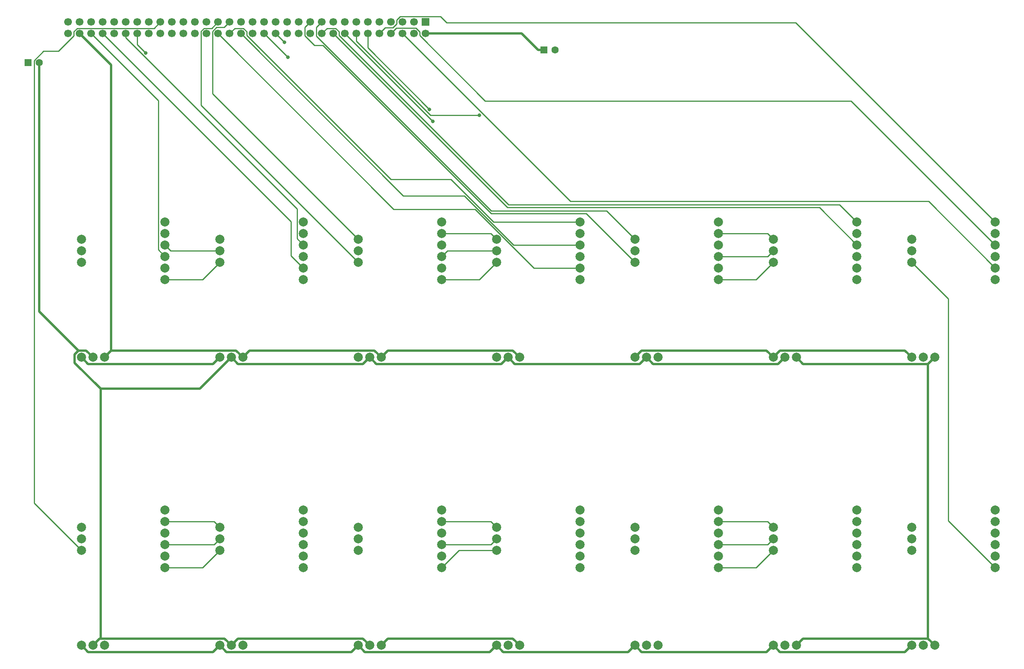
<source format=gbr>
G04 #@! TF.GenerationSoftware,KiCad,Pcbnew,(5.0.0)*
G04 #@! TF.CreationDate,2019-11-08T18:39:11+00:00*
G04 #@! TF.ProjectId,A-FO,412D464F2E6B696361645F7063620000,rev?*
G04 #@! TF.SameCoordinates,Original*
G04 #@! TF.FileFunction,Copper,L1,Top,Signal*
G04 #@! TF.FilePolarity,Positive*
%FSLAX46Y46*%
G04 Gerber Fmt 4.6, Leading zero omitted, Abs format (unit mm)*
G04 Created by KiCad (PCBNEW (5.0.0)) date 11/08/19 18:39:11*
%MOMM*%
%LPD*%
G01*
G04 APERTURE LIST*
G04 #@! TA.AperFunction,ComponentPad*
%ADD10C,2.000000*%
G04 #@! TD*
G04 #@! TA.AperFunction,ComponentPad*
%ADD11C,1.600000*%
G04 #@! TD*
G04 #@! TA.AperFunction,ComponentPad*
%ADD12R,1.600000X1.600000*%
G04 #@! TD*
G04 #@! TA.AperFunction,ComponentPad*
%ADD13C,1.700000*%
G04 #@! TD*
G04 #@! TA.AperFunction,ComponentPad*
%ADD14R,1.700000X1.700000*%
G04 #@! TD*
G04 #@! TA.AperFunction,ViaPad*
%ADD15C,0.800000*%
G04 #@! TD*
G04 #@! TA.AperFunction,Conductor*
%ADD16C,0.500000*%
G04 #@! TD*
G04 #@! TA.AperFunction,Conductor*
%ADD17C,0.250000*%
G04 #@! TD*
G04 APERTURE END LIST*
D10*
G04 #@! TO.P,U4,13*
G04 #@! TO.N,Net-(U4-Pad13)*
X133985000Y-142240000D03*
G04 #@! TO.P,U4,12*
G04 #@! TO.N,Net-(U4-Pad12)*
X133985000Y-144780000D03*
G04 #@! TO.P,U4,11*
G04 #@! TO.N,Net-(U4-Pad11)*
X133985000Y-147320000D03*
G04 #@! TO.P,U4,6*
G04 #@! TO.N,IG12*
X152400000Y-138430000D03*
G04 #@! TO.P,U4,5*
G04 #@! TO.N,N/C*
X152400000Y-140970000D03*
G04 #@! TO.P,U4,4*
G04 #@! TO.N,IG11*
X152400000Y-143510000D03*
G04 #@! TO.P,U4,3*
G04 #@! TO.N,N/C*
X152400000Y-146050000D03*
G04 #@! TO.P,U4,2*
G04 #@! TO.N,IG10*
X152400000Y-148590000D03*
G04 #@! TO.P,U4,1*
G04 #@! TO.N,N/C*
X152400000Y-151130000D03*
G04 #@! TO.P,U4,23*
G04 #@! TO.N,Neg6v*
X139065000Y-168275000D03*
G04 #@! TO.P,U4,22*
G04 #@! TO.N,GND*
X136525000Y-168275000D03*
G04 #@! TO.P,U4,21*
G04 #@! TO.N,6v*
X133985000Y-168275000D03*
G04 #@! TD*
G04 #@! TO.P,U8,13*
G04 #@! TO.N,Net-(U1-Pad5)*
X225425000Y-78740000D03*
G04 #@! TO.P,U8,12*
G04 #@! TO.N,Net-(U1-Pad3)*
X225425000Y-81280000D03*
G04 #@! TO.P,U8,11*
G04 #@! TO.N,Net-(U1-Pad1)*
X225425000Y-83820000D03*
G04 #@! TO.P,U8,6*
G04 #@! TO.N,IG3*
X243840000Y-74930000D03*
G04 #@! TO.P,U8,5*
G04 #@! TO.N,N/C*
X243840000Y-77470000D03*
G04 #@! TO.P,U8,4*
G04 #@! TO.N,IG2*
X243840000Y-80010000D03*
G04 #@! TO.P,U8,3*
G04 #@! TO.N,N/C*
X243840000Y-82550000D03*
G04 #@! TO.P,U8,2*
G04 #@! TO.N,IG1*
X243840000Y-85090000D03*
G04 #@! TO.P,U8,1*
G04 #@! TO.N,N/C*
X243840000Y-87630000D03*
G04 #@! TO.P,U8,23*
G04 #@! TO.N,Neg6v*
X230505000Y-104775000D03*
G04 #@! TO.P,U8,22*
G04 #@! TO.N,GND*
X227965000Y-104775000D03*
G04 #@! TO.P,U8,21*
G04 #@! TO.N,6v*
X225425000Y-104775000D03*
G04 #@! TD*
G04 #@! TO.P,U1,13*
G04 #@! TO.N,IP3*
X225425000Y-142240000D03*
G04 #@! TO.P,U1,12*
G04 #@! TO.N,IP2*
X225425000Y-144780000D03*
G04 #@! TO.P,U1,11*
G04 #@! TO.N,IP1*
X225425000Y-147320000D03*
G04 #@! TO.P,U1,6*
G04 #@! TO.N,N/C*
X243840000Y-138430000D03*
G04 #@! TO.P,U1,5*
G04 #@! TO.N,Net-(U1-Pad5)*
X243840000Y-140970000D03*
G04 #@! TO.P,U1,4*
G04 #@! TO.N,N/C*
X243840000Y-143510000D03*
G04 #@! TO.P,U1,3*
G04 #@! TO.N,Net-(U1-Pad3)*
X243840000Y-146050000D03*
G04 #@! TO.P,U1,2*
G04 #@! TO.N,N/C*
X243840000Y-148590000D03*
G04 #@! TO.P,U1,1*
G04 #@! TO.N,Net-(U1-Pad1)*
X243840000Y-151130000D03*
G04 #@! TO.P,U1,23*
G04 #@! TO.N,Neg6v*
X230505000Y-168275000D03*
G04 #@! TO.P,U1,22*
G04 #@! TO.N,GND*
X227965000Y-168275000D03*
G04 #@! TO.P,U1,21*
G04 #@! TO.N,6v*
X225425000Y-168275000D03*
G04 #@! TD*
G04 #@! TO.P,U12,13*
G04 #@! TO.N,IP14*
X103505000Y-78740000D03*
G04 #@! TO.P,U12,12*
G04 #@! TO.N,IP13*
X103505000Y-81280000D03*
G04 #@! TO.P,U12,11*
G04 #@! TO.N,IP15*
X103505000Y-83820000D03*
G04 #@! TO.P,U12,6*
G04 #@! TO.N,N/C*
X121920000Y-74930000D03*
G04 #@! TO.P,U12,5*
G04 #@! TO.N,Net-(U11-Pad13)*
X121920000Y-77470000D03*
G04 #@! TO.P,U12,4*
G04 #@! TO.N,N/C*
X121920000Y-80010000D03*
G04 #@! TO.P,U12,3*
G04 #@! TO.N,Net-(U11-Pad12)*
X121920000Y-82550000D03*
G04 #@! TO.P,U12,2*
G04 #@! TO.N,N/C*
X121920000Y-85090000D03*
G04 #@! TO.P,U12,1*
G04 #@! TO.N,Net-(U11-Pad11)*
X121920000Y-87630000D03*
G04 #@! TO.P,U12,23*
G04 #@! TO.N,Neg6v*
X108585000Y-104775000D03*
G04 #@! TO.P,U12,22*
G04 #@! TO.N,GND*
X106045000Y-104775000D03*
G04 #@! TO.P,U12,21*
G04 #@! TO.N,6v*
X103505000Y-104775000D03*
G04 #@! TD*
G04 #@! TO.P,U11,13*
G04 #@! TO.N,Net-(U11-Pad13)*
X133985000Y-78740000D03*
G04 #@! TO.P,U11,12*
G04 #@! TO.N,Net-(U11-Pad12)*
X133985000Y-81280000D03*
G04 #@! TO.P,U11,11*
G04 #@! TO.N,Net-(U11-Pad11)*
X133985000Y-83820000D03*
G04 #@! TO.P,U11,6*
G04 #@! TO.N,IG14*
X152400000Y-74930000D03*
G04 #@! TO.P,U11,5*
G04 #@! TO.N,N/C*
X152400000Y-77470000D03*
G04 #@! TO.P,U11,4*
G04 #@! TO.N,IG13*
X152400000Y-80010000D03*
G04 #@! TO.P,U11,3*
G04 #@! TO.N,N/C*
X152400000Y-82550000D03*
G04 #@! TO.P,U11,2*
G04 #@! TO.N,IG15*
X152400000Y-85090000D03*
G04 #@! TO.P,U11,1*
G04 #@! TO.N,N/C*
X152400000Y-87630000D03*
G04 #@! TO.P,U11,23*
G04 #@! TO.N,Neg6v*
X139065000Y-104775000D03*
G04 #@! TO.P,U11,22*
G04 #@! TO.N,GND*
X136525000Y-104775000D03*
G04 #@! TO.P,U11,21*
G04 #@! TO.N,6v*
X133985000Y-104775000D03*
G04 #@! TD*
G04 #@! TO.P,U14,13*
G04 #@! TO.N,N/C*
X42545000Y-78740000D03*
G04 #@! TO.P,U14,12*
G04 #@! TO.N,RBT*
X42545000Y-81280000D03*
G04 #@! TO.P,U14,11*
G04 #@! TO.N,SBT*
X42545000Y-83820000D03*
G04 #@! TO.P,U14,6*
G04 #@! TO.N,N/C*
X60960000Y-74930000D03*
G04 #@! TO.P,U14,5*
X60960000Y-77470000D03*
G04 #@! TO.P,U14,4*
G04 #@! TO.N,Net-(U13-Pad12)*
X60960000Y-80010000D03*
G04 #@! TO.P,U14,3*
G04 #@! TO.N,t4-2*
X60960000Y-82550000D03*
G04 #@! TO.P,U14,2*
X60960000Y-85090000D03*
G04 #@! TO.P,U14,1*
G04 #@! TO.N,Net-(U13-Pad11)*
X60960000Y-87630000D03*
G04 #@! TO.P,U14,23*
G04 #@! TO.N,Neg6v*
X47625000Y-104775000D03*
G04 #@! TO.P,U14,22*
G04 #@! TO.N,GND*
X45085000Y-104775000D03*
G04 #@! TO.P,U14,21*
G04 #@! TO.N,6v*
X42545000Y-104775000D03*
G04 #@! TD*
G04 #@! TO.P,U13,13*
G04 #@! TO.N,N/C*
X73025000Y-78740000D03*
G04 #@! TO.P,U13,12*
G04 #@! TO.N,Net-(U13-Pad12)*
X73025000Y-81280000D03*
G04 #@! TO.P,U13,11*
G04 #@! TO.N,Net-(U13-Pad11)*
X73025000Y-83820000D03*
G04 #@! TO.P,U13,6*
G04 #@! TO.N,N/C*
X91440000Y-74930000D03*
G04 #@! TO.P,U13,5*
X91440000Y-77470000D03*
G04 #@! TO.P,U13,4*
G04 #@! TO.N,RBTm*
X91440000Y-80010000D03*
G04 #@! TO.P,U13,3*
G04 #@! TO.N,N/C*
X91440000Y-82550000D03*
G04 #@! TO.P,U13,2*
G04 #@! TO.N,SBTm*
X91440000Y-85090000D03*
G04 #@! TO.P,U13,1*
G04 #@! TO.N,N/C*
X91440000Y-87630000D03*
G04 #@! TO.P,U13,23*
G04 #@! TO.N,Neg6v*
X78105000Y-104775000D03*
G04 #@! TO.P,U13,22*
G04 #@! TO.N,GND*
X75565000Y-104775000D03*
G04 #@! TO.P,U13,21*
G04 #@! TO.N,6v*
X73025000Y-104775000D03*
G04 #@! TD*
G04 #@! TO.P,U2,13*
G04 #@! TO.N,Net-(U2-Pad13)*
X194945000Y-142240000D03*
G04 #@! TO.P,U2,12*
G04 #@! TO.N,Net-(U2-Pad12)*
X194945000Y-144780000D03*
G04 #@! TO.P,U2,11*
G04 #@! TO.N,Net-(U2-Pad11)*
X194945000Y-147320000D03*
G04 #@! TO.P,U2,6*
G04 #@! TO.N,IG5*
X213360000Y-138430000D03*
G04 #@! TO.P,U2,5*
G04 #@! TO.N,N/C*
X213360000Y-140970000D03*
G04 #@! TO.P,U2,4*
G04 #@! TO.N,IG6*
X213360000Y-143510000D03*
G04 #@! TO.P,U2,3*
G04 #@! TO.N,N/C*
X213360000Y-146050000D03*
G04 #@! TO.P,U2,2*
G04 #@! TO.N,IG4*
X213360000Y-148590000D03*
G04 #@! TO.P,U2,1*
G04 #@! TO.N,N/C*
X213360000Y-151130000D03*
G04 #@! TO.P,U2,23*
G04 #@! TO.N,Neg6v*
X200025000Y-168275000D03*
G04 #@! TO.P,U2,22*
G04 #@! TO.N,GND*
X197485000Y-168275000D03*
G04 #@! TO.P,U2,21*
G04 #@! TO.N,6v*
X194945000Y-168275000D03*
G04 #@! TD*
G04 #@! TO.P,U3,13*
G04 #@! TO.N,IP5*
X164465000Y-142240000D03*
G04 #@! TO.P,U3,12*
G04 #@! TO.N,IP6*
X164465000Y-144780000D03*
G04 #@! TO.P,U3,11*
G04 #@! TO.N,IP4*
X164465000Y-147320000D03*
G04 #@! TO.P,U3,6*
G04 #@! TO.N,N/C*
X182880000Y-138430000D03*
G04 #@! TO.P,U3,5*
G04 #@! TO.N,Net-(U2-Pad13)*
X182880000Y-140970000D03*
G04 #@! TO.P,U3,4*
G04 #@! TO.N,N/C*
X182880000Y-143510000D03*
G04 #@! TO.P,U3,3*
G04 #@! TO.N,Net-(U2-Pad12)*
X182880000Y-146050000D03*
G04 #@! TO.P,U3,2*
G04 #@! TO.N,N/C*
X182880000Y-148590000D03*
G04 #@! TO.P,U3,1*
G04 #@! TO.N,Net-(U2-Pad11)*
X182880000Y-151130000D03*
G04 #@! TO.P,U3,23*
G04 #@! TO.N,Neg6v*
X169545000Y-168275000D03*
G04 #@! TO.P,U3,22*
G04 #@! TO.N,GND*
X167005000Y-168275000D03*
G04 #@! TO.P,U3,21*
G04 #@! TO.N,6v*
X164465000Y-168275000D03*
G04 #@! TD*
G04 #@! TO.P,U9,13*
G04 #@! TO.N,Net-(U10-Pad5)*
X194945000Y-78740000D03*
G04 #@! TO.P,U9,12*
G04 #@! TO.N,Net-(U10-Pad3)*
X194945000Y-81280000D03*
G04 #@! TO.P,U9,11*
G04 #@! TO.N,Net-(U10-Pad1)*
X194945000Y-83820000D03*
G04 #@! TO.P,U9,6*
G04 #@! TO.N,IG8*
X213360000Y-74930000D03*
G04 #@! TO.P,U9,5*
G04 #@! TO.N,N/C*
X213360000Y-77470000D03*
G04 #@! TO.P,U9,4*
G04 #@! TO.N,IG7*
X213360000Y-80010000D03*
G04 #@! TO.P,U9,3*
G04 #@! TO.N,N/C*
X213360000Y-82550000D03*
G04 #@! TO.P,U9,2*
G04 #@! TO.N,IG9*
X213360000Y-85090000D03*
G04 #@! TO.P,U9,1*
G04 #@! TO.N,N/C*
X213360000Y-87630000D03*
G04 #@! TO.P,U9,23*
G04 #@! TO.N,Neg6v*
X200025000Y-104775000D03*
G04 #@! TO.P,U9,22*
G04 #@! TO.N,GND*
X197485000Y-104775000D03*
G04 #@! TO.P,U9,21*
G04 #@! TO.N,6v*
X194945000Y-104775000D03*
G04 #@! TD*
G04 #@! TO.P,U10,13*
G04 #@! TO.N,IP8*
X164465000Y-78740000D03*
G04 #@! TO.P,U10,12*
G04 #@! TO.N,IP7*
X164465000Y-81280000D03*
G04 #@! TO.P,U10,11*
G04 #@! TO.N,IP9*
X164465000Y-83820000D03*
G04 #@! TO.P,U10,6*
G04 #@! TO.N,N/C*
X182880000Y-74930000D03*
G04 #@! TO.P,U10,5*
G04 #@! TO.N,Net-(U10-Pad5)*
X182880000Y-77470000D03*
G04 #@! TO.P,U10,4*
G04 #@! TO.N,N/C*
X182880000Y-80010000D03*
G04 #@! TO.P,U10,3*
G04 #@! TO.N,Net-(U10-Pad3)*
X182880000Y-82550000D03*
G04 #@! TO.P,U10,2*
G04 #@! TO.N,N/C*
X182880000Y-85090000D03*
G04 #@! TO.P,U10,1*
G04 #@! TO.N,Net-(U10-Pad1)*
X182880000Y-87630000D03*
G04 #@! TO.P,U10,23*
G04 #@! TO.N,Neg6v*
X169545000Y-104775000D03*
G04 #@! TO.P,U10,22*
G04 #@! TO.N,GND*
X167005000Y-104775000D03*
G04 #@! TO.P,U10,21*
G04 #@! TO.N,6v*
X164465000Y-104775000D03*
G04 #@! TD*
G04 #@! TO.P,U5,13*
G04 #@! TO.N,IP12*
X103505000Y-142240000D03*
G04 #@! TO.P,U5,12*
G04 #@! TO.N,IP11*
X103505000Y-144780000D03*
G04 #@! TO.P,U5,11*
G04 #@! TO.N,IP10*
X103505000Y-147320000D03*
G04 #@! TO.P,U5,6*
G04 #@! TO.N,N/C*
X121920000Y-138430000D03*
G04 #@! TO.P,U5,5*
G04 #@! TO.N,Net-(U4-Pad13)*
X121920000Y-140970000D03*
G04 #@! TO.P,U5,4*
G04 #@! TO.N,N/C*
X121920000Y-143510000D03*
G04 #@! TO.P,U5,3*
G04 #@! TO.N,Net-(U4-Pad12)*
X121920000Y-146050000D03*
G04 #@! TO.P,U5,2*
G04 #@! TO.N,N/C*
X121920000Y-148590000D03*
G04 #@! TO.P,U5,1*
G04 #@! TO.N,Net-(U4-Pad11)*
X121920000Y-151130000D03*
G04 #@! TO.P,U5,23*
G04 #@! TO.N,Neg6v*
X108585000Y-168275000D03*
G04 #@! TO.P,U5,22*
G04 #@! TO.N,GND*
X106045000Y-168275000D03*
G04 #@! TO.P,U5,21*
G04 #@! TO.N,6v*
X103505000Y-168275000D03*
G04 #@! TD*
G04 #@! TO.P,U6,13*
G04 #@! TO.N,Net-(U6-Pad13)*
X73025000Y-142240000D03*
G04 #@! TO.P,U6,12*
G04 #@! TO.N,Net-(U6-Pad12)*
X73025000Y-144780000D03*
G04 #@! TO.P,U6,11*
G04 #@! TO.N,Net-(U6-Pad11)*
X73025000Y-147320000D03*
G04 #@! TO.P,U6,6*
G04 #@! TO.N,IG18*
X91440000Y-138430000D03*
G04 #@! TO.P,U6,5*
G04 #@! TO.N,N/C*
X91440000Y-140970000D03*
G04 #@! TO.P,U6,4*
G04 #@! TO.N,IG17*
X91440000Y-143510000D03*
G04 #@! TO.P,U6,3*
G04 #@! TO.N,N/C*
X91440000Y-146050000D03*
G04 #@! TO.P,U6,2*
G04 #@! TO.N,IG16*
X91440000Y-148590000D03*
G04 #@! TO.P,U6,1*
G04 #@! TO.N,N/C*
X91440000Y-151130000D03*
G04 #@! TO.P,U6,23*
G04 #@! TO.N,Neg6v*
X78105000Y-168275000D03*
G04 #@! TO.P,U6,22*
G04 #@! TO.N,GND*
X75565000Y-168275000D03*
G04 #@! TO.P,U6,21*
G04 #@! TO.N,6v*
X73025000Y-168275000D03*
G04 #@! TD*
G04 #@! TO.P,U7,13*
G04 #@! TO.N,IP18*
X42545000Y-142240000D03*
G04 #@! TO.P,U7,12*
G04 #@! TO.N,IP17*
X42545000Y-144780000D03*
G04 #@! TO.P,U7,11*
G04 #@! TO.N,IP16*
X42545000Y-147320000D03*
G04 #@! TO.P,U7,6*
G04 #@! TO.N,N/C*
X60960000Y-138430000D03*
G04 #@! TO.P,U7,5*
G04 #@! TO.N,Net-(U6-Pad13)*
X60960000Y-140970000D03*
G04 #@! TO.P,U7,4*
G04 #@! TO.N,N/C*
X60960000Y-143510000D03*
G04 #@! TO.P,U7,3*
G04 #@! TO.N,Net-(U6-Pad12)*
X60960000Y-146050000D03*
G04 #@! TO.P,U7,2*
G04 #@! TO.N,N/C*
X60960000Y-148590000D03*
G04 #@! TO.P,U7,1*
G04 #@! TO.N,Net-(U6-Pad11)*
X60960000Y-151130000D03*
G04 #@! TO.P,U7,23*
G04 #@! TO.N,Neg6v*
X47625000Y-168275000D03*
G04 #@! TO.P,U7,22*
G04 #@! TO.N,GND*
X45085000Y-168275000D03*
G04 #@! TO.P,U7,21*
G04 #@! TO.N,6v*
X42545000Y-168275000D03*
G04 #@! TD*
D11*
G04 #@! TO.P,C1,2*
G04 #@! TO.N,Neg6v*
X146900000Y-37000000D03*
D12*
G04 #@! TO.P,C1,1*
G04 #@! TO.N,GND*
X144400000Y-37000000D03*
G04 #@! TD*
D11*
G04 #@! TO.P,C2,2*
G04 #@! TO.N,GND*
X33300000Y-39800000D03*
D12*
G04 #@! TO.P,C2,1*
G04 #@! TO.N,6v*
X30800000Y-39800000D03*
G04 #@! TD*
D13*
G04 #@! TO.P,J1,AL*
G04 #@! TO.N,GND*
X39605000Y-33401000D03*
G04 #@! TO.P,J1,32*
X39605000Y-30861000D03*
G04 #@! TO.P,J1,AK*
G04 #@! TO.N,Neg6v*
X42145000Y-33401000D03*
G04 #@! TO.P,J1,31*
X42145000Y-30861000D03*
G04 #@! TO.P,J1,AJ*
G04 #@! TO.N,t4-2*
X44685000Y-33401000D03*
G04 #@! TO.P,J1,30*
G04 #@! TO.N,N/C*
X44685000Y-30861000D03*
G04 #@! TO.P,J1,AH*
G04 #@! TO.N,SBTm*
X47225000Y-33401000D03*
G04 #@! TO.P,J1,29*
G04 #@! TO.N,SBT*
X47225000Y-30861000D03*
G04 #@! TO.P,J1,AF*
G04 #@! TO.N,N/C*
X49765000Y-33401000D03*
G04 #@! TO.P,J1,28*
X49765000Y-30861000D03*
G04 #@! TO.P,J1,AE*
G04 #@! TO.N,RBTm*
X52305000Y-33401000D03*
G04 #@! TO.P,J1,27*
G04 #@! TO.N,RBT*
X52305000Y-30861000D03*
G04 #@! TO.P,J1,AD*
G04 #@! TO.N,IG18*
X54845000Y-33401000D03*
G04 #@! TO.P,J1,26*
G04 #@! TO.N,IP18*
X54845000Y-30861000D03*
G04 #@! TO.P,J1,AC*
G04 #@! TO.N,IG17*
X57385000Y-33401000D03*
G04 #@! TO.P,J1,25*
G04 #@! TO.N,IP17*
X57385000Y-30861000D03*
G04 #@! TO.P,J1,AB*
G04 #@! TO.N,IG16*
X59925000Y-33401000D03*
G04 #@! TO.P,J1,24*
G04 #@! TO.N,IP16*
X59925000Y-30861000D03*
G04 #@! TO.P,J1,AA*
G04 #@! TO.N,N/C*
X62465000Y-33401000D03*
G04 #@! TO.P,J1,23*
X62465000Y-30861000D03*
G04 #@! TO.P,J1,Z*
X65005000Y-33401000D03*
G04 #@! TO.P,J1,22*
X65005000Y-30861000D03*
G04 #@! TO.P,J1,Y*
X67545000Y-33401000D03*
G04 #@! TO.P,J1,21*
X67545000Y-30861000D03*
G04 #@! TO.P,J1,X*
X70085000Y-33401000D03*
G04 #@! TO.P,J1,20*
X70085000Y-30861000D03*
G04 #@! TO.P,J1,W*
G04 #@! TO.N,IG15*
X72625000Y-33401000D03*
G04 #@! TO.P,J1,19*
G04 #@! TO.N,IP15*
X72625000Y-30861000D03*
G04 #@! TO.P,J1,V*
G04 #@! TO.N,IG14*
X75165000Y-33401000D03*
G04 #@! TO.P,J1,18*
G04 #@! TO.N,IP14*
X75165000Y-30861000D03*
G04 #@! TO.P,J1,U*
G04 #@! TO.N,IG13*
X77705000Y-33401000D03*
G04 #@! TO.P,J1,17*
G04 #@! TO.N,IP13*
X77705000Y-30861000D03*
G04 #@! TO.P,J1,T*
G04 #@! TO.N,IG12*
X80245000Y-33401000D03*
G04 #@! TO.P,J1,16*
G04 #@! TO.N,IP12*
X80245000Y-30861000D03*
G04 #@! TO.P,J1,S*
G04 #@! TO.N,IG11*
X82785000Y-33401000D03*
G04 #@! TO.P,J1,15*
G04 #@! TO.N,IP11*
X82785000Y-30861000D03*
G04 #@! TO.P,J1,R*
G04 #@! TO.N,IG10*
X85325000Y-33401000D03*
G04 #@! TO.P,J1,14*
G04 #@! TO.N,IP10*
X85325000Y-30861000D03*
G04 #@! TO.P,J1,P*
G04 #@! TO.N,N/C*
X87865000Y-33401000D03*
G04 #@! TO.P,J1,13*
X87865000Y-30861000D03*
G04 #@! TO.P,J1,N*
X90405000Y-33401000D03*
G04 #@! TO.P,J1,12*
X90405000Y-30861000D03*
G04 #@! TO.P,J1,M*
G04 #@! TO.N,IG9*
X92945000Y-33401000D03*
G04 #@! TO.P,J1,11*
G04 #@! TO.N,IP9*
X92945000Y-30861000D03*
G04 #@! TO.P,J1,L*
G04 #@! TO.N,IG8*
X95485000Y-33401000D03*
G04 #@! TO.P,J1,10*
G04 #@! TO.N,IP8*
X95485000Y-30861000D03*
G04 #@! TO.P,J1,K*
G04 #@! TO.N,IG7*
X98025000Y-33401000D03*
G04 #@! TO.P,J1,9*
G04 #@! TO.N,IP7*
X98025000Y-30861000D03*
G04 #@! TO.P,J1,J*
G04 #@! TO.N,IG6*
X100565000Y-33401000D03*
G04 #@! TO.P,J1,8*
G04 #@! TO.N,IP6*
X100565000Y-30861000D03*
G04 #@! TO.P,J1,H*
G04 #@! TO.N,IG5*
X103105000Y-33401000D03*
G04 #@! TO.P,J1,7*
G04 #@! TO.N,IP5*
X103105000Y-30861000D03*
G04 #@! TO.P,J1,F*
G04 #@! TO.N,IG4*
X105645000Y-33401000D03*
G04 #@! TO.P,J1,6*
G04 #@! TO.N,IP4*
X105645000Y-30861000D03*
G04 #@! TO.P,J1,E*
G04 #@! TO.N,IG3*
X108185000Y-33401000D03*
G04 #@! TO.P,J1,5*
G04 #@! TO.N,IP3*
X108185000Y-30861000D03*
G04 #@! TO.P,J1,D*
G04 #@! TO.N,IG2*
X110725000Y-33401000D03*
G04 #@! TO.P,J1,4*
G04 #@! TO.N,IP2*
X110725000Y-30861000D03*
G04 #@! TO.P,J1,C*
G04 #@! TO.N,IG1*
X113265000Y-33401000D03*
G04 #@! TO.P,J1,3*
G04 #@! TO.N,IP1*
X113265000Y-30861000D03*
G04 #@! TO.P,J1,B*
G04 #@! TO.N,6v*
X115805000Y-33401000D03*
G04 #@! TO.P,J1,2*
X115805000Y-30861000D03*
G04 #@! TO.P,J1,A*
G04 #@! TO.N,GND*
X118345000Y-33401000D03*
D14*
G04 #@! TO.P,J1,1*
X118345000Y-30861000D03*
G04 #@! TD*
D15*
G04 #@! TO.N,IG18*
X56730500Y-37699700D03*
G04 #@! TO.N,IG11*
X88015000Y-38631000D03*
G04 #@! TO.N,IG10*
X87273200Y-35349200D03*
G04 #@! TO.N,IG6*
X119927400Y-52763400D03*
G04 #@! TO.N,IG5*
X130211300Y-51380800D03*
G04 #@! TO.N,IG4*
X119197200Y-50093800D03*
G04 #@! TD*
D16*
G04 #@! TO.N,6v*
X103505000Y-168275000D02*
X102054600Y-169725400D01*
X102054600Y-169725400D02*
X74475400Y-169725400D01*
X74475400Y-169725400D02*
X73025000Y-168275000D01*
X42545000Y-168275000D02*
X43995400Y-169725400D01*
X43995400Y-169725400D02*
X71574600Y-169725400D01*
X71574600Y-169725400D02*
X73025000Y-168275000D01*
X133985000Y-168275000D02*
X132534600Y-169725400D01*
X132534600Y-169725400D02*
X104955400Y-169725400D01*
X104955400Y-169725400D02*
X103505000Y-168275000D01*
X164465000Y-104775000D02*
X165915400Y-103324600D01*
X165915400Y-103324600D02*
X193494600Y-103324600D01*
X193494600Y-103324600D02*
X194945000Y-104775000D01*
X194945000Y-168275000D02*
X193494000Y-169726000D01*
X193494000Y-169726000D02*
X165916000Y-169726000D01*
X165916000Y-169726000D02*
X164465000Y-168275000D01*
X164465000Y-168275000D02*
X163014600Y-169725400D01*
X163014600Y-169725400D02*
X135435400Y-169725400D01*
X135435400Y-169725400D02*
X133985000Y-168275000D01*
X194945000Y-168275000D02*
X196397900Y-169727900D01*
X196397900Y-169727900D02*
X223972100Y-169727900D01*
X223972100Y-169727900D02*
X225425000Y-168275000D01*
X225425000Y-104775000D02*
X223971300Y-103321300D01*
X223971300Y-103321300D02*
X196398700Y-103321300D01*
X196398700Y-103321300D02*
X194945000Y-104775000D01*
X42545000Y-104775000D02*
X44020000Y-106250000D01*
X44020000Y-106250000D02*
X71550000Y-106250000D01*
X71550000Y-106250000D02*
X73025000Y-104775000D01*
G04 #@! TO.N,Neg6v*
X139065000Y-168275000D02*
X137613400Y-166823400D01*
X137613400Y-166823400D02*
X110036600Y-166823400D01*
X110036600Y-166823400D02*
X108585000Y-168275000D01*
X108585000Y-104775000D02*
X110035400Y-103324600D01*
X110035400Y-103324600D02*
X137614600Y-103324600D01*
X137614600Y-103324600D02*
X139065000Y-104775000D01*
X78105000Y-104775000D02*
X79574100Y-103305900D01*
X79574100Y-103305900D02*
X107115900Y-103305900D01*
X107115900Y-103305900D02*
X108585000Y-104775000D01*
X229006500Y-106238300D02*
X229041700Y-106238300D01*
X229041700Y-106238300D02*
X230505000Y-104775000D01*
X200025000Y-104775000D02*
X201488300Y-106238300D01*
X201488300Y-106238300D02*
X229006500Y-106238300D01*
X229006500Y-106238300D02*
X229006500Y-166776500D01*
X229006500Y-166776500D02*
X201523500Y-166776500D01*
X201523500Y-166776500D02*
X200025000Y-168275000D01*
X230505000Y-168275000D02*
X229006500Y-166776500D01*
X49076600Y-103323400D02*
X47625000Y-104775000D01*
X78105000Y-104775000D02*
X76653400Y-103323400D01*
X76653400Y-103323400D02*
X49076600Y-103323400D01*
X42145000Y-33401000D02*
X49076600Y-40332600D01*
X49076600Y-40332600D02*
X49076600Y-103323400D01*
G04 #@! TO.N,GND*
X106045000Y-168275000D02*
X104574800Y-166804800D01*
X104574800Y-166804800D02*
X77035200Y-166804800D01*
X77035200Y-166804800D02*
X75565000Y-168275000D01*
X144400000Y-37000000D02*
X143149700Y-37000000D01*
X118345000Y-33401000D02*
X139550700Y-33401000D01*
X139550700Y-33401000D02*
X143149700Y-37000000D01*
X41921400Y-103273300D02*
X43583300Y-103273300D01*
X43583300Y-103273300D02*
X45085000Y-104775000D01*
X46821300Y-111707200D02*
X41085400Y-105971300D01*
X41085400Y-105971300D02*
X41085400Y-104109300D01*
X41085400Y-104109300D02*
X41921400Y-103273300D01*
X33300000Y-39800000D02*
X33300000Y-94651900D01*
X33300000Y-94651900D02*
X41921400Y-103273300D01*
X46821300Y-111707200D02*
X68632800Y-111707200D01*
X68632800Y-111707200D02*
X75565000Y-104775000D01*
X46821300Y-166824600D02*
X46821300Y-111707200D01*
X46821300Y-166824600D02*
X74114600Y-166824600D01*
X74114600Y-166824600D02*
X75565000Y-168275000D01*
X45085000Y-168275000D02*
X46535400Y-166824600D01*
X46535400Y-166824600D02*
X46821300Y-166824600D01*
X136525000Y-104775000D02*
X137980500Y-106230500D01*
X137980500Y-106230500D02*
X165549500Y-106230500D01*
X165549500Y-106230500D02*
X167005000Y-104775000D01*
X136525000Y-104775000D02*
X135074600Y-106225400D01*
X135074600Y-106225400D02*
X107495400Y-106225400D01*
X107495400Y-106225400D02*
X106045000Y-104775000D01*
X106045000Y-104775000D02*
X104594600Y-106225400D01*
X104594600Y-106225400D02*
X77015400Y-106225400D01*
X77015400Y-106225400D02*
X75565000Y-104775000D01*
X167005000Y-104775000D02*
X168455400Y-106225400D01*
X168455400Y-106225400D02*
X196034600Y-106225400D01*
X196034600Y-106225400D02*
X197485000Y-104775000D01*
D17*
G04 #@! TO.N,Net-(U1-Pad1)*
X243840000Y-151130000D02*
X233495300Y-140785300D01*
X233495300Y-140785300D02*
X233495300Y-91890300D01*
X233495300Y-91890300D02*
X225425000Y-83820000D01*
G04 #@! TO.N,Net-(U2-Pad13)*
X182880000Y-140970000D02*
X193675000Y-140970000D01*
X193675000Y-140970000D02*
X194945000Y-142240000D01*
G04 #@! TO.N,Net-(U2-Pad12)*
X182880000Y-146050000D02*
X193675000Y-146050000D01*
X193675000Y-146050000D02*
X194945000Y-144780000D01*
G04 #@! TO.N,Net-(U2-Pad11)*
X182880000Y-151130000D02*
X191135000Y-151130000D01*
X191135000Y-151130000D02*
X194945000Y-147320000D01*
G04 #@! TO.N,Net-(U10-Pad5)*
X182880000Y-77470000D02*
X193675000Y-77470000D01*
X193675000Y-77470000D02*
X194945000Y-78740000D01*
G04 #@! TO.N,Net-(U10-Pad3)*
X182880000Y-82550000D02*
X193675000Y-82550000D01*
X193675000Y-82550000D02*
X194945000Y-81280000D01*
G04 #@! TO.N,Net-(U13-Pad12)*
X73025000Y-81280000D02*
X62230000Y-81280000D01*
X62230000Y-81280000D02*
X60960000Y-80010000D01*
G04 #@! TO.N,Net-(U13-Pad11)*
X73025000Y-83820000D02*
X69215000Y-87630000D01*
X69215000Y-87630000D02*
X60960000Y-87630000D01*
G04 #@! TO.N,t4-2*
X44685000Y-33401000D02*
X59473300Y-48189300D01*
X59473300Y-48189300D02*
X59473300Y-81063300D01*
X59473300Y-81063300D02*
X60960000Y-82550000D01*
G04 #@! TO.N,SBTm*
X47225000Y-33401000D02*
X88707900Y-74883900D01*
X88707900Y-74883900D02*
X88707900Y-82357900D01*
X88707900Y-82357900D02*
X91440000Y-85090000D01*
G04 #@! TO.N,RBTm*
X52305000Y-33401000D02*
X52305000Y-34299900D01*
X52305000Y-34299900D02*
X90035600Y-72030500D01*
X90035600Y-72030500D02*
X90035600Y-78605600D01*
X90035600Y-78605600D02*
X91440000Y-80010000D01*
G04 #@! TO.N,IG18*
X54845000Y-33401000D02*
X54845000Y-35814200D01*
X54845000Y-35814200D02*
X56730500Y-37699700D01*
G04 #@! TO.N,IP16*
X59925000Y-30861000D02*
X58560400Y-32225600D01*
X58560400Y-32225600D02*
X41619400Y-32225600D01*
X41619400Y-32225600D02*
X40875000Y-32970000D01*
X40875000Y-32970000D02*
X40875000Y-33873600D01*
X40875000Y-33873600D02*
X37470500Y-37278100D01*
X37470500Y-37278100D02*
X34216500Y-37278100D01*
X34216500Y-37278100D02*
X32140200Y-39354400D01*
X32140200Y-39354400D02*
X32140200Y-136915200D01*
X32140200Y-136915200D02*
X42545000Y-147320000D01*
G04 #@! TO.N,IG15*
X72625000Y-33401000D02*
X111365200Y-72141200D01*
X111365200Y-72141200D02*
X129261300Y-72141200D01*
X129261300Y-72141200D02*
X142210100Y-85090000D01*
X142210100Y-85090000D02*
X152400000Y-85090000D01*
G04 #@! TO.N,IP15*
X72625000Y-30861000D02*
X71260400Y-32225600D01*
X71260400Y-32225600D02*
X69559400Y-32225600D01*
X69559400Y-32225600D02*
X68908000Y-32877000D01*
X68908000Y-32877000D02*
X68908000Y-49223000D01*
X68908000Y-49223000D02*
X103505000Y-83820000D01*
G04 #@! TO.N,IG14*
X152400000Y-74930000D02*
X133323900Y-74930000D01*
X133323900Y-74930000D02*
X123940300Y-65546400D01*
X123940300Y-65546400D02*
X110728200Y-65546400D01*
X110728200Y-65546400D02*
X78975000Y-33793200D01*
X78975000Y-33793200D02*
X78975000Y-32970000D01*
X78975000Y-32970000D02*
X78230600Y-32225600D01*
X78230600Y-32225600D02*
X76340400Y-32225600D01*
X76340400Y-32225600D02*
X75165000Y-33401000D01*
G04 #@! TO.N,IP14*
X75165000Y-30861000D02*
X73989600Y-32036400D01*
X73989600Y-32036400D02*
X72320300Y-32036400D01*
X72320300Y-32036400D02*
X71444900Y-32911800D01*
X71444900Y-32911800D02*
X71444900Y-46679900D01*
X71444900Y-46679900D02*
X103505000Y-78740000D01*
G04 #@! TO.N,IG13*
X152400000Y-80010000D02*
X137767000Y-80010000D01*
X137767000Y-80010000D02*
X126933000Y-69176000D01*
X126933000Y-69176000D02*
X113480000Y-69176000D01*
X113480000Y-69176000D02*
X77705000Y-33401000D01*
G04 #@! TO.N,IG11*
X82785000Y-33401000D02*
X88015000Y-38631000D01*
G04 #@! TO.N,IG10*
X85325000Y-33401000D02*
X87273200Y-35349200D01*
G04 #@! TO.N,IP9*
X164465000Y-83820000D02*
X153754800Y-73109800D01*
X153754800Y-73109800D02*
X132835500Y-73109800D01*
X132835500Y-73109800D02*
X95731200Y-36005500D01*
X95731200Y-36005500D02*
X93868400Y-36005500D01*
X93868400Y-36005500D02*
X91759200Y-33896300D01*
X91759200Y-33896300D02*
X91759200Y-32046800D01*
X91759200Y-32046800D02*
X92945000Y-30861000D01*
G04 #@! TO.N,IG8*
X95485000Y-33401000D02*
X96660400Y-32225600D01*
X96660400Y-32225600D02*
X98550600Y-32225600D01*
X98550600Y-32225600D02*
X99295000Y-32970000D01*
X99295000Y-32970000D02*
X99295000Y-33809200D01*
X99295000Y-33809200D02*
X136624500Y-71138700D01*
X136624500Y-71138700D02*
X209568700Y-71138700D01*
X209568700Y-71138700D02*
X213360000Y-74930000D01*
G04 #@! TO.N,IP8*
X164465000Y-78740000D02*
X158208200Y-72483200D01*
X158208200Y-72483200D02*
X132845800Y-72483200D01*
X132845800Y-72483200D02*
X94305500Y-33942900D01*
X94305500Y-33942900D02*
X94305500Y-32040500D01*
X94305500Y-32040500D02*
X95485000Y-30861000D01*
G04 #@! TO.N,IG7*
X213360000Y-80010000D02*
X205108900Y-71758900D01*
X205108900Y-71758900D02*
X136382900Y-71758900D01*
X136382900Y-71758900D02*
X98025000Y-33401000D01*
G04 #@! TO.N,IG6*
X100565000Y-33401000D02*
X119927400Y-52763400D01*
G04 #@! TO.N,IG5*
X103105000Y-33401000D02*
X103105000Y-35065900D01*
X103105000Y-35065900D02*
X119419900Y-51380800D01*
X119419900Y-51380800D02*
X130211300Y-51380800D01*
G04 #@! TO.N,IG4*
X119197200Y-50093800D02*
X105645000Y-36541600D01*
X105645000Y-36541600D02*
X105645000Y-33401000D01*
G04 #@! TO.N,IG3*
X243840000Y-74930000D02*
X199885400Y-30975400D01*
X199885400Y-30975400D02*
X122989400Y-30975400D01*
X122989400Y-30975400D02*
X121652800Y-29638800D01*
X121652800Y-29638800D02*
X112799400Y-29638800D01*
X112799400Y-29638800D02*
X111995000Y-30443200D01*
X111995000Y-30443200D02*
X111995000Y-31257400D01*
X111995000Y-31257400D02*
X111121400Y-32131000D01*
X111121400Y-32131000D02*
X109455000Y-32131000D01*
X109455000Y-32131000D02*
X108185000Y-33401000D01*
G04 #@! TO.N,IG2*
X110725000Y-33401000D02*
X111933300Y-32192700D01*
X111933300Y-32192700D02*
X116268200Y-32192700D01*
X116268200Y-32192700D02*
X117075100Y-32999600D01*
X117075100Y-32999600D02*
X117075100Y-33806700D01*
X117075100Y-33806700D02*
X131514900Y-48246500D01*
X131514900Y-48246500D02*
X212076500Y-48246500D01*
X212076500Y-48246500D02*
X243840000Y-80010000D01*
G04 #@! TO.N,IG1*
X113265000Y-33401000D02*
X150259000Y-70395000D01*
X150259000Y-70395000D02*
X229145000Y-70395000D01*
X229145000Y-70395000D02*
X243840000Y-85090000D01*
G04 #@! TO.N,Net-(U4-Pad13)*
X121920000Y-140970000D02*
X132715000Y-140970000D01*
X132715000Y-140970000D02*
X133985000Y-142240000D01*
G04 #@! TO.N,Net-(U4-Pad12)*
X121920000Y-146050000D02*
X132715000Y-146050000D01*
X132715000Y-146050000D02*
X133985000Y-144780000D01*
G04 #@! TO.N,Net-(U4-Pad11)*
X121920000Y-151130000D02*
X125730000Y-147320000D01*
X125730000Y-147320000D02*
X133985000Y-147320000D01*
G04 #@! TO.N,Net-(U6-Pad13)*
X60960000Y-140970000D02*
X71755000Y-140970000D01*
X71755000Y-140970000D02*
X73025000Y-142240000D01*
G04 #@! TO.N,Net-(U6-Pad12)*
X60960000Y-146050000D02*
X71755000Y-146050000D01*
X71755000Y-146050000D02*
X73025000Y-144780000D01*
G04 #@! TO.N,Net-(U6-Pad11)*
X60960000Y-151130000D02*
X69215000Y-151130000D01*
X69215000Y-151130000D02*
X73025000Y-147320000D01*
G04 #@! TO.N,Net-(U10-Pad1)*
X182880000Y-87630000D02*
X191135000Y-87630000D01*
X191135000Y-87630000D02*
X194945000Y-83820000D01*
G04 #@! TO.N,Net-(U11-Pad13)*
X133985000Y-78740000D02*
X132715000Y-77470000D01*
X132715000Y-77470000D02*
X121920000Y-77470000D01*
G04 #@! TO.N,Net-(U11-Pad12)*
X133985000Y-81280000D02*
X123190000Y-81280000D01*
X123190000Y-81280000D02*
X121920000Y-82550000D01*
G04 #@! TO.N,Net-(U11-Pad11)*
X133985000Y-83820000D02*
X130175000Y-87630000D01*
X130175000Y-87630000D02*
X121920000Y-87630000D01*
G04 #@! TD*
M02*

</source>
